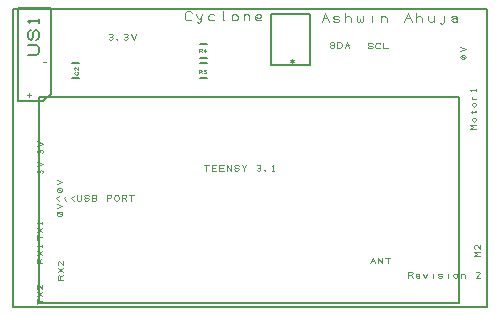
<source format=gbr>
%FSLAX35Y35*%
%MOIN*%
G04 EasyPC Gerber Version 18.0.8 Build 3632 *
%ADD10C,0.00100*%
%ADD13C,0.00128*%
%ADD11C,0.00500*%
%ADD12C,0.00600*%
X0Y0D02*
D02*
D10*
X4993Y70734D02*
X6243D01*
X5618Y70109D02*
Y71359D01*
X10234Y81842D02*
X11484D01*
X10140Y2030D02*
X8265D01*
Y1248D02*
Y2811D01*
X10140Y3748D02*
X8265Y5311D01*
Y3748D02*
X10140Y5311D01*
Y7498D02*
Y6248D01*
X9046Y7342*
X8733Y7498*
X8421Y7342*
X8265Y7030*
Y6561*
X8421Y6248*
X10140Y14852D02*
X8265D01*
Y15946*
X8421Y16258*
X8733Y16415*
X9046Y16258*
X9202Y15946*
Y14852*
Y15946D02*
X10140Y16415D01*
Y17352D02*
X8265Y18915D01*
Y17352D02*
X10140Y18915D01*
Y20165D02*
Y20789D01*
Y20477D02*
X8265D01*
X8578Y20165*
X10140Y23371D02*
X8265D01*
Y22590D02*
Y24152D01*
X10140Y25090D02*
X8265Y26652D01*
Y25090D02*
X10140Y26652D01*
Y27902D02*
Y28527D01*
Y28215D02*
X8265D01*
X8578Y27902*
X10108Y44711D02*
X10265Y45024D01*
Y45336*
X10108Y45649*
X9796Y45805*
X9483Y45649*
X9327Y45336*
Y45024*
Y45336D02*
X9171Y45649D01*
X8858Y45805*
X8546Y45649*
X8390Y45336*
Y45024*
X8546Y44711*
X8390Y47055D02*
X10265Y47836D01*
X8390Y48618*
X10108Y51451D02*
X10265Y51763D01*
Y52076*
X10108Y52388*
X9796Y52544*
X9483Y52388*
X9327Y52076*
Y51763*
Y52076D02*
X9171Y52388D01*
X8858Y52544*
X8546Y52388*
X8390Y52076*
Y51763*
X8546Y51451*
X8390Y53794D02*
X10265Y54576D01*
X8390Y55357*
X15605Y35637D02*
X14824Y36419D01*
X15605Y37200*
X18105Y35637D02*
X17324Y36419D01*
X18105Y37200*
X20605Y35637D02*
X19824Y36419D01*
X20605Y37200*
X21543Y37512D02*
Y36106D01*
X21699Y35794*
X22011Y35637*
X22636*
X22949Y35794*
X23105Y36106*
Y37512*
X24043Y36106D02*
X24199Y35794D01*
X24511Y35637*
X25136*
X25449Y35794*
X25605Y36106*
X25449Y36419*
X25136Y36575*
X24511*
X24199Y36731*
X24043Y37044*
X24199Y37356*
X24511Y37512*
X25136*
X25449Y37356*
X25605Y37044*
X27636Y36575D02*
X27949Y36419D01*
X28105Y36106*
X27949Y35794*
X27636Y35637*
X26543*
Y37512*
X27636*
X27949Y37356*
X28105Y37044*
X27949Y36731*
X27636Y36575*
X26543*
X31543Y35637D02*
Y37512D01*
X32636*
X32949Y37356*
X33105Y37044*
X32949Y36731*
X32636Y36575*
X31543*
X34043Y36262D02*
Y36887D01*
X34199Y37200*
X34355Y37356*
X34668Y37512*
X34980*
X35293Y37356*
X35449Y37200*
X35605Y36887*
Y36262*
X35449Y35950*
X35293Y35794*
X34980Y35637*
X34668*
X34355Y35794*
X34199Y35950*
X34043Y36262*
X36543Y35637D02*
Y37512D01*
X37636*
X37949Y37356*
X38105Y37044*
X37949Y36731*
X37636Y36575*
X36543*
X37636D02*
X38105Y35637D01*
X39824D02*
Y37512D01*
X39043D02*
X40605D01*
X16598Y30733D02*
X16754Y31046D01*
Y31358*
X16598Y31671*
X16286Y31827*
X15348*
X15036Y31671*
X14880Y31358*
Y31046*
X15036Y30733*
X15348Y30577*
X16286*
X16598Y30733*
X15036Y31671*
X14880Y33077D02*
X16754Y33858D01*
X14880Y34640*
X16598Y38721D02*
X16754Y39033D01*
Y39346*
X16598Y39658*
X16286Y39815*
X15348*
X15036Y39658*
X14880Y39346*
Y39033*
X15036Y38721*
X15348Y38565*
X16286*
X16598Y38721*
X15036Y39658*
X14880Y41065D02*
X16754Y41846D01*
X14880Y42627*
X17129Y9236D02*
X15254D01*
Y10330*
X15410Y10642*
X15722Y10798*
X16035Y10642*
X16191Y10330*
Y9236*
Y10330D02*
X17129Y10798D01*
Y11736D02*
X15254Y13298D01*
Y11736D02*
X17129Y13298D01*
Y15486D02*
Y14236D01*
X16035Y15330*
X15722Y15486*
X15410Y15330*
X15254Y15017*
Y14548*
X15410Y14236*
X32481Y89485D02*
X32793Y89329D01*
X33106*
X33418Y89485*
X33574Y89798*
X33418Y90110*
X33106Y90267*
X32793*
X33106D02*
X33418Y90423D01*
X33574Y90735*
X33418Y91048*
X33106Y91204*
X32793*
X32481Y91048*
X34981Y89329D02*
X35137Y89485D01*
X34981Y89641*
X34824Y89485*
X34981Y89329*
X37481Y89485D02*
X37793Y89329D01*
X38106*
X38418Y89485*
X38574Y89798*
X38418Y90110*
X38106Y90267*
X37793*
X38106D02*
X38418Y90423D01*
X38574Y90735*
X38418Y91048*
X38106Y91204*
X37793*
X37481Y91048*
X39824Y91204D02*
X40606Y89329D01*
X41387Y91204*
X59995Y96206D02*
X59749Y95960D01*
X59257Y95714*
X58519*
X58027Y95960*
X57781Y96206*
X57535Y96698*
Y97682*
X57781Y98174*
X58027Y98420*
X58519Y98667*
X59257*
X59749Y98420*
X59995Y98174*
X61472Y97682D02*
X61718Y96698D01*
X62210Y96206*
X62702*
X63194Y96698*
X63440Y97682*
X63194Y96698D02*
X62948Y95714D01*
X62702Y95222*
X62210Y94976*
X61718Y95222*
X67377Y97436D02*
X66885Y97682D01*
X66147*
X65655Y97436*
X65409Y96944*
Y96452*
X65655Y95960*
X66147Y95714*
X66885*
X67377Y95960*
X70576Y95714D02*
X70330D01*
Y98667*
X73283Y96452D02*
X73529Y95960D01*
X74021Y95714*
X74513*
X75005Y95960*
X75251Y96452*
Y96944*
X75005Y97436*
X74513Y97682*
X74021*
X73529Y97436*
X73283Y96944*
Y96452*
X77220Y95714D02*
Y97682D01*
Y96944D02*
X77466Y97436D01*
X77958Y97682*
X78450*
X78942Y97436*
X79188Y96944*
Y95714*
X83125Y95960D02*
X82879Y95714D01*
X82387*
X81895*
X81403Y95960*
X81157Y96452*
Y97190*
X81403Y97436*
X81895Y97682*
X82387*
X82879Y97436*
X83125Y97190*
Y96944*
X82879Y96698*
X82387Y96452*
X81895*
X81403Y96698*
X81157Y96944*
X64824Y45637D02*
Y47512D01*
X64043D02*
X65605D01*
X66543Y45637D02*
Y47512D01*
X68105*
X67793Y46575D02*
X66543D01*
Y45637D02*
X68105D01*
X69043D02*
Y47512D01*
X70605*
X70293Y46575D02*
X69043D01*
Y45637D02*
X70605D01*
X71543D02*
Y47512D01*
X73105Y45637*
Y47512*
X74043Y46106D02*
X74199Y45794D01*
X74511Y45637*
X75136*
X75449Y45794*
X75605Y46106*
X75449Y46419*
X75136Y46575*
X74511*
X74199Y46731*
X74043Y47044*
X74199Y47356*
X74511Y47512*
X75136*
X75449Y47356*
X75605Y47044*
X77324Y45637D02*
Y46575D01*
X76543Y47512*
X77324Y46575D02*
X78105Y47512D01*
X81699Y45794D02*
X82011Y45637D01*
X82324*
X82636Y45794*
X82793Y46106*
X82636Y46419*
X82324Y46575*
X82011*
X82324D02*
X82636Y46731D01*
X82793Y47044*
X82636Y47356*
X82324Y47512*
X82011*
X81699Y47356*
X84199Y45637D02*
X84355Y45794D01*
X84199Y45950*
X84043Y45794*
X84199Y45637*
X86855D02*
X87480D01*
X87168D02*
Y47512D01*
X86855Y47200*
X93258Y81622D02*
Y82872D01*
X93883Y81934D02*
X92633Y82559D01*
Y81934D02*
X93883Y82559D01*
X103213Y95215D02*
X104443Y98167D01*
X105673Y95215*
X103705Y96445D02*
X105181D01*
X107150Y95461D02*
X107642Y95215D01*
X108626*
X109118Y95461*
Y95953*
X108626Y96199*
X107642*
X107150Y96445*
Y96937*
X107642Y97183*
X108626*
X109118Y96937*
X111087Y95215D02*
Y98167D01*
Y96445D02*
X111333Y96937D01*
X111825Y97183*
X112317*
X112809Y96937*
X113055Y96445*
Y95215*
X115024Y97183D02*
Y95461D01*
X115270Y95215*
X115762*
X116008Y95461*
Y96199*
Y95461D02*
X116254Y95215D01*
X116746*
X116992Y95461*
Y97183*
X119945Y95215D02*
Y97183D01*
Y97921D02*
X122898Y95215*
Y97183D01*
Y96445D02*
X123144Y96937D01*
X123636Y97183*
X124128*
X124620Y96937*
X124866Y96445*
Y95215*
X130772D02*
X132002Y98167D01*
X133232Y95215*
X131264Y96445D02*
X132740D01*
X134709Y95215D02*
Y98167D01*
Y96445D02*
X134955Y96937D01*
X135447Y97183*
X135939*
X136431Y96937*
X136677Y96445*
Y95215*
X138646Y97183D02*
Y95953D01*
X138892Y95461*
X139384Y95215*
X139876*
X140368Y95461*
X140614Y95953*
Y97183D02*
Y95215D01*
X142829Y94722D02*
X143321Y94476D01*
X143813Y94722*
X144059Y95215*
Y97183*
Y97921D02*
X146520Y96937*
X147012Y97183D01*
X147750*
X148242Y96937*
X148488Y96445*
Y95707*
X148242Y95461*
X147750Y95215*
X147258*
X146766Y95461*
X146520Y95707*
Y95953*
X146766Y96199*
X147258Y96445*
X147750*
X148242Y96199*
X148488Y95953*
Y95707D02*
Y95215D01*
X105958Y87052D02*
X106115Y86740D01*
X106427Y86583*
X107052*
X107365Y86740*
X107521Y87052*
X107365Y87365*
X107052Y87521*
X106427*
X106115Y87677*
X105958Y87990*
X106115Y88302*
X106427Y88458*
X107052*
X107365Y88302*
X107521Y87990*
X108458Y86583D02*
Y88458D01*
X109396*
X109708Y88302*
X109865Y88146*
X110021Y87833*
Y87208*
X109865Y86896*
X109708Y86740*
X109396Y86583*
X108458*
X110958D02*
X111739Y88458D01*
X112521Y86583*
X111271Y87365D02*
X112208D01*
X118688Y86802D02*
X118844Y86490D01*
X119157Y86334*
X119782*
X120094Y86490*
X120251Y86802*
X120094Y87115*
X119782Y87271*
X119157*
X118844Y87428*
X118688Y87740*
X118844Y88052*
X119157Y88209*
X119782*
X120094Y88052*
X120251Y87740*
X122751Y86646D02*
X122594Y86490D01*
X122282Y86334*
X121813*
X121501Y86490*
X121344Y86646*
X121188Y86959*
Y87584*
X121344Y87896*
X121501Y88052*
X121813Y88209*
X122282*
X122594Y88052*
X122751Y87896*
X123688Y88209D02*
Y86334D01*
X125251*
X119437Y14697D02*
X120218Y16572D01*
X121000Y14697*
X119750Y15478D02*
X120687D01*
X121937Y14697D02*
Y16572D01*
X123500Y14697*
Y16572*
X125218Y14697D02*
Y16572D01*
X124437D02*
X126000D01*
X132042Y9958D02*
Y11848D01*
X133144*
X133459Y11690*
X133617Y11375*
X133459Y11060*
X133144Y10903*
X132042*
X133144D02*
X133617Y9958D01*
X135822Y10115D02*
X135664Y9958D01*
X135349*
X135034*
X134719Y10115*
X134562Y10430*
Y10903*
X134719Y11060*
X135034Y11218*
X135349*
X135664Y11060*
X135822Y10903*
Y10745*
X135664Y10588*
X135349Y10430*
X135034*
X134719Y10588*
X134562Y10745*
X137081Y11218D02*
X137711Y9958D01*
X138341Y11218*
X140231Y9958D02*
Y11218D01*
Y11690D02*
X142121Y10115*
X142436Y9958D01*
X143066*
X143381Y10115*
Y10430*
X143066Y10588*
X142436*
X142121Y10745*
Y11060*
X142436Y11218*
X143066*
X143381Y11060*
X145270Y9958D02*
Y11218D01*
Y11690D02*
X147160Y10430*
X147318Y10115D01*
X147633Y9958*
X147948*
X148263Y10115*
X148420Y10430*
Y10745*
X148263Y11060*
X147948Y11218*
X147633*
X147318Y11060*
X147160Y10745*
Y10430*
X149680Y9958D02*
Y11218D01*
Y10745D02*
X149837Y11060D01*
X150152Y11218*
X150467*
X150782Y11060*
X150940Y10745*
Y9958*
X155979D02*
X154719D01*
X155822Y11060*
X155979Y11375*
X155822Y11690*
X155507Y11848*
X155034*
X154719Y11690*
X151136Y83026D02*
X151292Y83339D01*
Y83651*
X151136Y83963*
X150824Y84120*
X149886*
X149574Y83963*
X149417Y83651*
Y83339*
X149574Y83026*
X149886Y82870*
X150824*
X151136Y83026*
X149574Y83963*
X149417Y85370D02*
X151292Y86151D01*
X149417Y86932*
X154662Y59407D02*
X152787D01*
X153724Y60188*
X152787Y60969*
X154662*
X154193Y61907D02*
X154506Y62063D01*
X154662Y62376*
Y62688*
X154506Y63000*
X154193Y63157*
X153881*
X153568Y63000*
X153412Y62688*
Y62376*
X153568Y62063*
X153881Y61907*
X154193*
X153412Y64719D02*
Y65344D01*
X153100Y65032D02*
X154506D01*
X154662Y65188*
Y65344*
X154506Y65500*
X154193Y66907D02*
X154506Y67063D01*
X154662Y67376*
Y67688*
X154506Y68000*
X154193Y68157*
X153881*
X153568Y68000*
X153412Y67688*
Y67376*
X153568Y67063*
X153881Y66907*
X154193*
X154662Y69407D02*
X153412D01*
X153881D02*
X153568Y69563D01*
X153412Y69876*
Y70188*
X153568Y70500*
X154662Y72219D02*
Y72844D01*
Y72532D02*
X152787D01*
X153100Y72219*
X156035Y17098D02*
X154160D01*
X155097Y17880*
X154160Y18661*
X156035*
Y20848D02*
Y19598D01*
X154941Y20692*
X154628Y20848*
X154316Y20692*
X154160Y20380*
Y19911*
X154316Y19598*
D02*
D11*
X250Y250D02*
X158376D01*
Y99593*
X250*
Y250*
X1981Y68735D02*
Y99750D01*
X12996*
Y71235*
X10496Y68735*
X1981*
X9043Y1350D02*
X149043D01*
Y70169*
X9043*
Y1350*
X5301Y84243D02*
X8113D01*
X8739Y84555*
X9051Y85180*
Y86430*
X8739Y87055*
X8113Y87368*
X5301*
X8113Y89243D02*
X8739Y89555D01*
X9051Y90180*
Y91430*
X8739Y92055*
X8113Y92368*
X7489Y92055*
X7176Y91430*
Y90180*
X6863Y89555*
X6239Y89243*
X5613Y89555*
X5301Y90180*
Y91430*
X5613Y92055*
X6239Y92368*
X9051Y94868D02*
Y96118D01*
Y95493D02*
X5301D01*
X5926Y94868*
X99472Y97992D02*
X86472D01*
Y80992*
X99472*
Y97992*
D02*
D12*
X22398Y76639D02*
X20036D01*
X22398Y81363D02*
X20036D01*
X62594Y76639D02*
X64956D01*
X62594Y81363D02*
X64956D01*
X62594Y83253D02*
X64956D01*
X62594Y87978D02*
X64956D01*
D02*
D13*
X21840Y78628D02*
X21940Y78528D01*
X22040Y78328*
Y78028*
X21940Y77828*
X21840Y77728*
X21640Y77628*
X21240*
X21040Y77728*
X20940Y77828*
X20840Y78028*
Y78328*
X20940Y78528*
X21040Y78628*
X22040Y80028D02*
Y79228D01*
X21340Y79928*
X21140Y80028*
X20940Y79928*
X20840Y79728*
Y79428*
X20940Y79228*
X62277Y78053D02*
Y79253D01*
X62977*
X63177Y79153*
X63277Y78953*
X63177Y78753*
X62977Y78653*
X62277*
X62977D02*
X63277Y78053D01*
X63877Y78153D02*
X64077Y78053D01*
X64377*
X64577Y78153*
X64677Y78353*
Y78453*
X64577Y78653*
X64377Y78753*
X63877*
Y79253*
X64677*
X62402Y85042D02*
Y86242D01*
X63102*
X63302Y86142*
X63402Y85942*
X63302Y85742*
X63102Y85642*
X62402*
X63102D02*
X63402Y85042D01*
X64502D02*
Y86242D01*
X64002Y85442*
X64802*
X0Y0D02*
M02*

</source>
